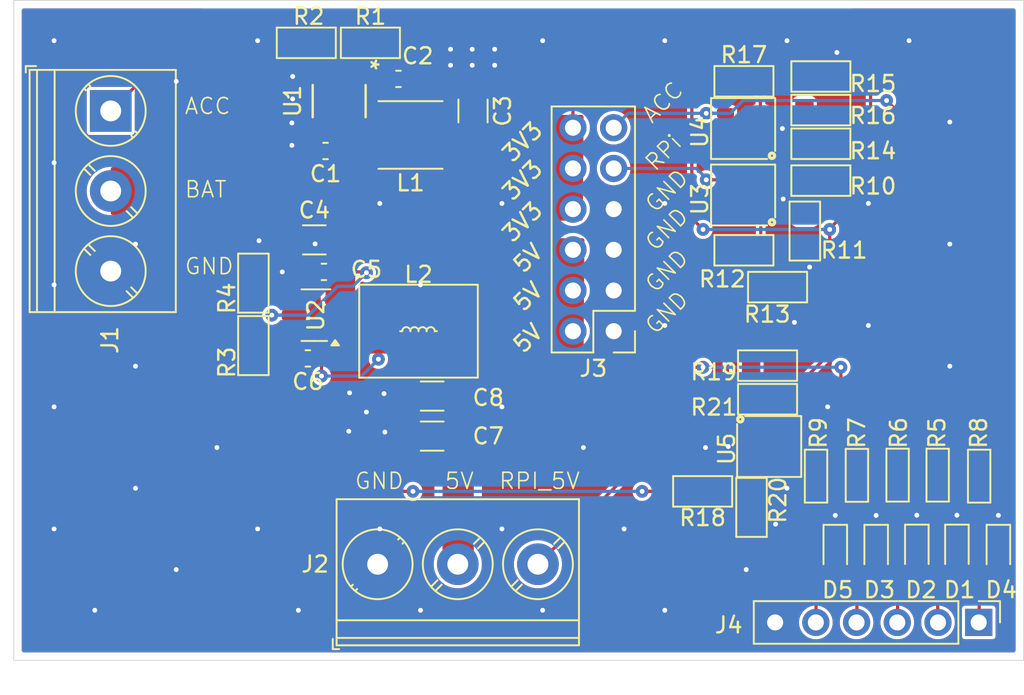
<source format=kicad_pcb>
(kicad_pcb (version 20241229) (generator "pcbnew") (generator_version "9.0")
  (layers (0 "F.Cu" signal) (2 "B.Cu" signal) (13 "F.Paste" user) (15 "B.Paste" user) (5 "F.SilkS" user "F.Silkscreen") (7 "B.SilkS" user "B.Silkscreen") (1 "F.Mask" user) (3 "B.Mask" user) (25 "Edge.Cuts" user))
  (net 0 "")
  (net 1 "GND")
  (net 2 "Net-(U1-SW)")
  (net 3 "3V3_CB")
  (net 4 "BAT")
  (net 5 "Net-(U2-SW)")
  (net 6 "Net-(U2-VBST)")
  (net 7 "5V")
  (net 8 "RPI_PWR_IND")
  (net 9 "5V_IND")
  (net 10 "3V3_IND")
  (net 11 "ACC_UP_IND")
  (net 12 "BAT_LOW_IND")
  (net 13 "ACC")
  (net 14 "RPI_5V")
  (net 15 "3V3")
  (net 16 "RPI_PWR")
  (net 17 "ACC_UP")
  (net 18 "3V3_FB")
  (net 19 "Net-(U2-VFB)")
  (net 20 "BAT_LOW")
  (net 21 "Net-(U3--)")
  (net 22 "Net-(U3-+)")
  (net 23 "Net-(U4-+)")
  (net 24 "Net-(U4--)")
  (net 25 "Net-(U5--)")
  (net 26 "Net-(U5-+)")
  (footprint "PCM_Resistor_SMD_AKL:R_0805_2012Metric_Pad1.15x1.40mm_HandSolder" (layer "F.Cu") (at 81.375 72.05 180)
    (property "Reference" "R18" (at 0 -1.65 0) (layer "F.SilkS"))
    (property "Value" "499k")
    (pad "1" smd roundrect (at -1.025 0 180) (size 1.15 1.4) (layers "F.Cu" "F.Mask" "F.Paste") (roundrect_rratio 0.217391) (net 25 "Net-(U5--)"))
    (pad "2" smd roundrect (at 1.025 0 180) (size 1.15 1.4) (layers "F.Cu" "F.Mask" "F.Paste") (roundrect_rratio 0.217391) (net 4 "BAT"))
  )
  (footprint "Capacitor_SMD:C_1206_3216Metric_Pad1.33x1.80mm_HandSolder" (layer "F.Cu") (at 57.15 56.35)
    (property "Reference" "C4" (at 0 -1.85 0) (layer "F.SilkS"))
    (property "Value" "22uF")
    (pad "1" smd roundrect (at -1.5625 0) (size 1.325 1.8) (layers "F.Cu" "F.Mask" "F.Paste") (roundrect_rratio 0.188679) (net 1 "GND"))
    (pad "2" smd roundrect (at 1.5625 0) (size 1.325 1.8) (layers "F.Cu" "F.Mask" "F.Paste") (roundrect_rratio 0.188679) (net 4 "BAT"))
  )
  (footprint "footprints:SOT-23-6-DBV_TEX" (layer "F.Cu") (at 58.699999 47.687549 -90)
    (property "Reference" "U1" (at 0 2.899999 90) (layer "F.SilkS"))
    (property "Value" "LMR54410DBVR")
    (pad "1" smd rect (at -1.362451 -0.950001 270) (size 0.972299 0.558) (layers "F.Cu" "F.Mask" "F.Paste") (net 3 "3V3_CB"))
    (pad "2" smd rect (at -1.362451 0 270) (size 0.972299 0.558) (layers "F.Cu" "F.Mask" "F.Paste") (net 1 "GND"))
    (pad "3" smd rect (at -1.362451 0.950001 270) (size 0.972299 0.558) (layers "F.Cu" "F.Mask" "F.Paste") (net 18 "3V3_FB"))
    (pad "4" smd rect (at 1.362451 0.950001 270) (size 0.972299 0.558) (layers "F.Cu" "F.Mask" "F.Paste") (net 4 "BAT"))
    (pad "5" smd rect (at 1.362451 0 270) (size 0.972299 0.558) (layers "F.Cu" "F.Mask" "F.Paste") (net 4 "BAT"))
    (pad "6" smd rect (at 1.362451 -0.950001 270) (size 0.972299 0.558) (layers "F.Cu" "F.Mask" "F.Paste") (net 2 "Net-(U1-SW)"))
  )
  (footprint "LED_SMD:LED_0603_1608Metric_Pad1.05x0.95mm_HandSolder" (layer "F.Cu") (at 99.825 75.8 -90)
    (property "Reference" "D4" (at 2.4 -0.175 180) (layer "F.SilkS"))
    (property "Value" "ACC_UP_OBI")
    (pad "1" smd roundrect (at -0.875 0 270) (size 1.05 0.95) (layers "F.Cu" "F.Mask" "F.Paste") (net 1 "GND"))
    (pad "2" smd roundrect (at 0.875 0 270) (size 1.05 0.95) (layers "F.Cu" "F.Mask" "F.Paste") (net 11 "ACC_UP_IND"))
  )
  (footprint "PCM_Resistor_SMD_AKL:R_0805_2012Metric_Pad1.15x1.40mm_HandSolder" (layer "F.Cu") (at 83.95 57)
    (property "Reference" "R12" (at -1.35 1.8 0) (layer "F.SilkS"))
    (property "Value" "200k")
    (pad "1" smd roundrect (at -1.025 0) (size 1.15 1.4) (layers "F.Cu" "F.Mask" "F.Paste") (roundrect_rratio 0.217391) (net 14 "RPI_5V"))
    (pad "2" smd roundrect (at 1.025 0) (size 1.15 1.4) (layers "F.Cu" "F.Mask" "F.Paste") (roundrect_rratio 0.217391) (net 22 "Net-(U3-+)"))
  )
  (footprint "PCM_Resistor_SMD_AKL:R_0805_2012Metric_Pad1.15x1.40mm_HandSolder" (layer "F.Cu") (at 84.425 73.05 -90)
    (property "Reference" "R20" (at -0.45 -1.65 270) (layer "F.SilkS"))
    (property "Value" "120k")
    (pad "1" smd roundrect (at -1.025 0 270) (size 1.15 1.4) (layers "F.Cu" "F.Mask" "F.Paste") (roundrect_rratio 0.217391) (net 25 "Net-(U5--)"))
    (pad "2" smd roundrect (at 1.025 0 270) (size 1.15 1.4) (layers "F.Cu" "F.Mask" "F.Paste") (roundrect_rratio 0.217391) (net 1 "GND"))
  )
  (footprint "PCM_Resistor_SMD_AKL:R_0805_2012Metric_Pad1.15x1.40mm_HandSolder" (layer "F.Cu") (at 86.05 59.3 180)
    (property "Reference" "R13" (at 0.65 -1.7 0) (layer "F.SilkS"))
    (property "Value" "200k")
    (pad "1" smd roundrect (at -1.025 0 180) (size 1.15 1.4) (layers "F.Cu" "F.Mask" "F.Paste") (roundrect_rratio 0.217391) (net 1 "GND"))
    (pad "2" smd roundrect (at 1.025 0 180) (size 1.15 1.4) (layers "F.Cu" "F.Mask" "F.Paste") (roundrect_rratio 0.217391) (net 22 "Net-(U3-+)"))
  )
  (footprint "PCM_Resistor_SMD_AKL:R_0805_2012Metric_Pad1.15x1.40mm_HandSolder" (layer "F.Cu") (at 88.75 48.25 180)
    (property "Reference" "R16" (at -3.25 -0.35 0) (layer "F.SilkS"))
    (property "Value" "120k")
    (pad "1" smd roundrect (at -1.025 0 180) (size 1.15 1.4) (layers "F.Cu" "F.Mask" "F.Paste") (roundrect_rratio 0.217391) (net 1 "GND"))
    (pad "2" smd roundrect (at 1.025 0 180) (size 1.15 1.4) (layers "F.Cu" "F.Mask" "F.Paste") (roundrect_rratio 0.217391) (net 23 "Net-(U4-+)"))
  )
  (footprint "PCM_Package_TO_SOT_SMD_AKL:SOT-23-5" (layer "F.Cu") (at 83.9 53.55 180)
    (property "Reference" "U3" (at 2.7 -0.25 90) (layer "F.SilkS"))
    (property "Value" "LM321MF" (hide yes))
    (pad "1" smd roundrect (at -1.1 -0.95 180) (size 1.06 0.65) (layers "F.Cu" "F.Mask" "F.Paste") (net 22 "Net-(U3-+)"))
    (pad "2" smd roundrect (at -1.1 0 180) (size 1.06 0.65) (layers "F.Cu" "F.Mask" "F.Paste") (net 1 "GND"))
    (pad "3" smd roundrect (at -1.1 0.95 180) (size 1.06 0.65) (layers "F.Cu" "F.Mask" "F.Paste") (net 21 "Net-(U3--)"))
    (pad "4" smd roundrect (at 1.1 0.95 180) (size 1.06 0.65) (layers "F.Cu" "F.Mask" "F.Paste") (net 16 "RPI_PWR"))
    (pad "5" smd roundrect (at 1.1 -0.95 180) (size 1.06 0.65) (layers "F.Cu" "F.Mask" "F.Paste") (net 15 "3V3"))
  )
  (footprint "Inductor_SMD:L_Vishay_IFSC-1515AH_4x4x1.8mm" (layer "F.Cu") (at 63.15 49.8)
    (property "Reference" "L1" (at 0 3 0) (layer "F.SilkS"))
    (property "Value" "10uH")
    (pad "1" smd rect (at -1.475 0) (size 1.15 3.6) (layers "F.Cu" "F.Mask" "F.Paste") (net 2 "Net-(U1-SW)"))
    (pad "2" smd rect (at 1.475 0) (size 1.15 3.6) (layers "F.Cu" "F.Mask" "F.Paste") (net 15 "3V3"))
  )
  (footprint "Connector_PinHeader_2.54mm:PinHeader_2x06_P2.54mm_Vertical" (layer "F.Cu") (at 75.825 62.05 180)
    (property "Reference" "J3" (at 1.27 -2.33 0) (layer "F.SilkS"))
    (property "Value" "MISC_OUT")
    (pad "1" thru_hole rect (at 0 0 180) (size 1.7 1.7) (drill 1) (layers "*.Cu" "*.Mask") (net 1 "GND"))
    (pad "2" thru_hole oval (at 2.54 0 180) (size 1.7 1.7) (drill 1) (layers "*.Cu" "*.Mask") (net 7 "5V"))
    (pad "3" thru_hole oval (at 0 2.54 180) (size 1.7 1.7) (drill 1) (layers "*.Cu" "*.Mask") (net 1 "GND"))
    (pad "4" thru_hole oval (at 2.54 2.54 180) (size 1.7 1.7) (drill 1) (layers "*.Cu" "*.Mask") (net 7 "5V"))
    (pad "5" thru_hole oval (at 0 5.08 180) (size 1.7 1.7) (drill 1) (layers "*.Cu" "*.Mask") (net 1 "GND"))
    (pad "6" thru_hole oval (at 2.54 5.08 180) (size 1.7 1.7) (drill 1) (layers "*.Cu" "*.Mask") (net 7 "5V"))
    (pad "7" thru_hole oval (at 0 7.62 180) (size 1.7 1.7) (drill 1) (layers "*.Cu" "*.Mask") (net 1 "GND"))
    (pad "8" thru_hole oval (at 2.54 7.62 180) (size 1.7 1.7) (drill 1) (layers "*.Cu" "*.Mask") (net 15 "3V3"))
    (pad "9" thru_hole oval (at 0 10.16 180) (size 1.7 1.7) (drill 1) (layers "*.Cu" "*.Mask") (net 16 "RPI_PWR"))
    (pad "10" thru_hole oval (at 2.54 10.16 180) (size 1.7 1.7) (drill 1) (layers "*.Cu" "*.Mask") (net 15 "3V3"))
    (pad "11" thru_hole oval (at 0 12.7 180) (size 1.7 1.7) (drill 1) (layers "*.Cu" "*.Mask") (net 17 "ACC_UP"))
    (pad "12" thru_hole oval (at 2.54 12.7 180) (size 1.7 1.7) (drill 1) (layers "*.Cu" "*.Mask") (net 15 "3V3"))
  )
  (footprint "PCM_Resistor_SMD_AKL:R_0805_2012Metric_Pad1.15x1.40mm_HandSolder" (layer "F.Cu") (at 53.35 59.05 90)
    (property "Reference" "R4" (at -0.95 -1.65 90) (layer "F.SilkS"))
    (property "Value" "10k")
    (pad "1" smd roundrect (at -1.025 0 90) (size 1.15 1.4) (layers "F.Cu" "F.Mask" "F.Paste") (roundrect_rratio 0.217391) (net 19 "Net-(U2-VFB)"))
    (pad "2" smd roundrect (at 1.025 0 90) (size 1.15 1.4) (layers "F.Cu" "F.Mask" "F.Paste") (roundrect_rratio 0.217391) (net 1 "GND"))
  )
  (footprint "LED_SMD:LED_0603_1608Metric_Pad1.05x0.95mm_HandSolder" (layer "F.Cu") (at 97.2375 75.7875 -90)
    (property "Reference" "D1" (at 2.4125 -0.1625 180) (layer "F.SilkS"))
    (property "Value" "RPI_PWR_OBI")
    (pad "1" smd roundrect (at -0.875 0 270) (size 1.05 0.95) (layers "F.Cu" "F.Mask" "F.Paste") (net 1 "GND"))
    (pad "2" smd roundrect (at 0.875 0 270) (size 1.05 0.95) (layers "F.Cu" "F.Mask" "F.Paste") (net 8 "RPI_PWR_IND"))
  )
  (footprint "PCM_Resistor_SMD_AKL:R_0603_1608Metric_Pad1.05x0.95mm_HandSolder" (layer "F.Cu") (at 96.0375 71.0375 -90)
    (property "Reference" "R5" (at -2.6375 0.0375 90) (layer "F.SilkS"))
    (property "Value" "60.4")
    (pad "1" smd roundrect (at -0.875 0 270) (size 1.05 0.95) (layers "F.Cu" "F.Mask" "F.Paste") (net 16 "RPI_PWR"))
    (pad "2" smd roundrect (at 0.875 0 270) (size 1.05 0.95) (layers "F.Cu" "F.Mask" "F.Paste") (net 8 "RPI_PWR_IND"))
  )
  (footprint "PCM_Package_TO_SOT_SMD_AKL:SOT-23-5" (layer "F.Cu") (at 83.9 49.4 180)
    (property "Reference" "U4" (at 2.7 -0.2 90) (layer "F.SilkS"))
    (property "Value" "LM321MF" (hide yes))
    (pad "1" smd roundrect (at -1.1 -0.95 180) (size 1.06 0.65) (layers "F.Cu" "F.Mask" "F.Paste") (net 23 "Net-(U4-+)"))
    (pad "2" smd roundrect (at -1.1 0 180) (size 1.06 0.65) (layers "F.Cu" "F.Mask" "F.Paste") (net 1 "GND"))
    (pad "3" smd roundrect (at -1.1 0.95 180) (size 1.06 0.65) (layers "F.Cu" "F.Mask" "F.Paste") (net 24 "Net-(U4--)"))
    (pad "4" smd roundrect (at 1.1 0.95 180) (size 1.06 0.65) (layers "F.Cu" "F.Mask" "F.Paste") (net 17 "ACC_UP"))
    (pad "5" smd roundrect (at 1.1 -0.95 180) (size 1.06 0.65) (layers "F.Cu" "F.Mask" "F.Paste") (net 15 "3V3"))
  )
  (footprint "Capacitor_SMD:C_0603_1608Metric_Pad1.08x0.95mm_HandSolder" (layer "F.Cu") (at 57.85 50.8 180)
    (property "Reference" "C1" (at 0 -1.43 0) (layer "F.SilkS"))
    (property "Value" "2.2uF")
    (pad "1" smd roundrect (at -0.8625 0 180) (size 1.075 0.95) (layers "F.Cu" "F.Mask" "F.Paste") (net 4 "BAT"))
    (pad "2" smd roundrect (at 0.8625 0 180) (size 1.075 0.95) (layers "F.Cu" "F.Mask" "F.Paste") (net 1 "GND"))
  )
  (footprint "PCM_Resistor_SMD_AKL:R_0603_1608Metric_Pad1.05x0.95mm_HandSolder" (layer "F.Cu") (at 93.5375 71.0375 -90)
    (property "Reference" "R6" (at -2.6375 -0.0625 90) (layer "F.SilkS"))
    (property "Value" "143")
    (pad "1" smd roundrect (at -0.875 0 270) (size 1.05 0.95) (layers "F.Cu" "F.Mask" "F.Paste") (net 7 "5V"))
    (pad "2" smd roundrect (at 0.875 0 270) (size 1.05 0.95) (layers "F.Cu" "F.Mask" "F.Paste") (net 9 "5V_IND"))
  )
  (footprint "PCM_Resistor_SMD_AKL:R_0805_2012Metric_Pad1.15x1.40mm_HandSolder" (layer "F.Cu") (at 85.425 64.2)
    (property "Reference" "R19" (at -3.35 0.4 0) (layer "F.SilkS"))
    (property "Value" "25k")
    (pad "1" smd roundrect (at -1.025 0) (size 1.15 1.4) (layers "F.Cu" "F.Mask" "F.Paste") (roundrect_rratio 0.217391) (net 26 "Net-(U5-+)"))
    (pad "2" smd roundrect (at 1.025 0) (size 1.15 1.4) (layers "F.Cu" "F.Mask" "F.Paste") (roundrect_rratio 0.217391) (net 1 "GND"))
  )
  (footprint "PCM_Resistor_SMD_AKL:R_0805_2012Metric_Pad1.15x1.40mm_HandSolder" (layer "F.Cu") (at 83.95 46.45)
    (property "Reference" "R17" (at 0 -1.65 0) (layer "F.SilkS"))
    (property "Value" "25k")
    (pad "1" smd roundrect (at -1.025 0) (size 1.15 1.4) (layers "F.Cu" "F.Mask" "F.Paste") (roundrect_rratio 0.217391) (net 15 "3V3"))
    (pad "2" smd roundrect (at 1.025 0) (size 1.15 1.4) (layers "F.Cu" "F.Mask" "F.Paste") (roundrect_rratio 0.217391) (net 24 "Net-(U4--)"))
  )
  (footprint "PCM_Resistor_SMD_AKL:R_0805_2012Metric_Pad1.15x1.40mm_HandSolder" (layer "F.Cu") (at 88.75 46.15 180)
    (property "Reference" "R15" (at -3.25 -0.45 0) (layer "F.SilkS"))
    (property "Value" "25k")
    (pad "1" smd roundrect (at -1.025 0 180) (size 1.15 1.4) (layers "F.Cu" "F.Mask" "F.Paste") (roundrect_rratio 0.217391) (net 1 "GND"))
    (pad "2" smd roundrect (at 1.025 0 180) (size 1.15 1.4) (layers "F.Cu" "F.Mask" "F.Paste") (roundrect_rratio 0.217391) (net 24 "Net-(U4--)"))
  )
  (footprint "PCM_Resistor_SMD_AKL:R_0805_2012Metric_Pad1.15x1.40mm_HandSolder" (layer "F.Cu") (at 87.75 55.8 90)
    (property "Reference" "R11" (at -1.2 2.45 180) (layer "F.SilkS"))
    (property "Value" "25k")
    (pad "1" smd roundrect (at -1.025 0 90) (size 1.15 1.4) (layers "F.Cu" "F.Mask" "F.Paste") (roundrect_rratio 0.217391) (net 1 "GND"))
    (pad "2" smd roundrect (at 1.025 0 90) (size 1.15 1.4) (layers "F.Cu" "F.Mask" "F.Paste") (roundrect_rratio 0.217391) (net 21 "Net-(U3--)"))
  )
  (footprint "LED_SMD:LED_0603_1608Metric_Pad1.05x0.95mm_HandSolder" (layer "F.Cu") (at 89.65 75.8 -90)
    (property "Reference" "D5" (at 2.4 -0.15 180) (layer "F.SilkS"))
    (property "Value" "BAT_LOW_OBI")
    (pad "1" smd roundrect (at -0.875 0 270) (size 1.05 0.95) (layers "F.Cu" "F.Mask" "F.Paste") (net 1 "GND"))
    (pad "2" smd roundrect (at 0.875 0 270) (size 1.05 0.95) (layers "F.Cu" "F.Mask" "F.Paste") (net 12 "BAT_LOW_IND"))
  )
  (footprint "Capacitor_SMD:C_0603_1608Metric_Pad1.08x0.95mm_HandSolder" (layer "F.Cu") (at 62.4 46.3)
    (property "Reference" "C2" (at 1.2 -1.43 0) (layer "F.SilkS"))
    (property "Value" "0.1uF")
    (pad "1" smd roundrect (at -0.8625 0) (size 1.075 0.95) (layers "F.Cu" "F.Mask" "F.Paste") (net 3 "3V3_CB"))
    (pad "2" smd roundrect (at 0.8625 0) (size 1.075 0.95) (layers "F.Cu" "F.Mask" "F.Paste") (net 2 "Net-(U1-SW)"))
  )
  (footprint "PCM_Resistor_SMD_AKL:R_0805_2012Metric_Pad1.15x1.40mm_HandSolder" (layer "F.Cu") (at 85.425 66.3 180)
    (property "Reference" "R21" (at 3.35 -0.5 0) (layer "F.SilkS"))
    (property "Value" "25k")
    (pad "1" smd roundrect (at -1.025 0 180) (size 1.15 1.4) (layers "F.Cu" "F.Mask" "F.Paste") (roundrect_rratio 0.217391) (net 15 "3V3"))
    (pad "2" smd roundrect (at 1.025 0 180) (size 1.15 1.4) (layers "F.Cu" "F.Mask" "F.Paste") (roundrect_rratio 0.217391) (net 26 "Net-(U5-+)"))
  )
  (footprint "PCM_Resistor_SMD_AKL:R_0805_2012Metric_Pad1.15x1.40mm_HandSolder" (layer "F.Cu") (at 56.65 44.05 180)
    (property "Reference" "R2" (at -0.15 1.65 0) (layer "F.SilkS"))
    (property "Value" "22.1k")
    (pad "1" smd roundrect (at -1.025 0 180) (size 1.15 1.4) (layers "F.Cu" "F.Mask" "F.Paste") (roundrect_rratio 0.217391) (net 18 "3V3_FB"))
    (pad "2" smd roundrect (at 1.025 0 180) (size 1.15 1.4) (layers "F.Cu" "F.Mask" "F.Paste") (roundrect_rratio 0.217391) (net 1 "GND"))
  )
  (footprint "TerminalBlock_Phoenix:TerminalBlock_Phoenix_PT-1,5-3-5.0-H_1x03_P5.00mm_Horizontal" (layer "F.Cu") (at 44.45 48.3 -90)
    (property "Reference" "J1" (at 14.3 0.05 90) (layer "F.SilkS"))
    (property "Value" "12V_IN")
    (pad "1" thru_hole rect (at 0 0 270) (size 2.6 2.6) (drill 1.3) (layers "*.Cu" "*.Mask") (net 13 "ACC"))
    (pad "2" thru_hole circle (at 5 0 270) (size 2.6 2.6) (drill 1.3) (layers "*.Cu" "*.Mask") (net 4 "BAT"))
    (pad "3" thru_hole circle (at 10 0 270) (size 2.6 2.6) (drill 1.3) (layers "*.Cu" "*.Mask") (net 1 "GND"))
  )
  (footprint "PCM_Resistor_SMD_AKL:R_0805_2012Metric_Pad1.15x1.40mm_HandSolder" (layer "F.Cu") (at 88.75 50.35 180)
    (property "Reference" "R14" (at -3.25 -0.45 0) (layer "F.SilkS"))
    (property "Value" "499k")
    (pad "1" smd roundrect (at -1.025 0 180) (size 1.15 1.4) (layers "F.Cu" "F.Mask" "F.Paste") (roundrect_rratio 0.217391) (net 13 "ACC"))
    (pad "2" smd roundrect (at 1.025 0 180) (size 1.15 1.4) (layers "F.Cu" "F.Mask" "F.Paste") (roundrect_rratio 0.217391) (net 23 "Net-(U4-+)"))
  )
  (footprint "PCM_Resistor_SMD_AKL:R_0805_2012Metric_Pad1.15x1.40mm_HandSolder" (layer "F.Cu") (at 88.75 52.65 180)
    (property "Reference" "R10" (at -3.25 -0.35 0) (layer "F.SilkS"))
    (property "Value" "25k")
    (pad "1" smd roundrect (at -1.025 0 180) (size 1.15 1.4) (layers "F.Cu" "F.Mask" "F.Paste") (roundrect_rratio 0.217391) (net 15 "3V3"))
    (pad "2" smd roundrect (at 1.025 0 180) (size 1.15 1.4) (layers "F.Cu" "F.Mask" "F.Paste") (roundrect_rratio 0.217391) (net 21 "Net-(U3--)"))
  )
  (footprint "LED_SMD:LED_0603_1608Metric_Pad1.05x0.95mm_HandSolder" (layer "F.Cu") (at 92.2 75.8 -90)
    (property "Reference" "D3" (at 2.4 -0.2 180) (layer "F.SilkS"))
    (property "Value" "3V3_OBI")
    (pad "1" smd roundrect (at -0.875 0 270) (size 1.05 0.95) (layers "F.Cu" "F.Mask" "F.Paste") (net 1 "GND"))
    (pad "2" smd roundrect (at 0.875 0 270) (size 1.05 0.95) (layers "F.Cu" "F.Mask" "F.Paste") (net 10 "3V3_IND"))
  )
  (footprint "PCM_Resistor_SMD_AKL:R_0805_2012Metric_Pad1.15x1.40mm_HandSolder" (layer "F.Cu") (at 60.65 44.05 180)
    (property "Reference" "R1" (at 0 1.65 0) (layer "F.SilkS"))
    (property "Value" "69.8k")
    (pad "1" smd roundrect (at -1.025 0 180) (size 1.15 1.4) (layers "F.Cu" "F.Mask" "F.Paste") (roundrect_rratio 0.217391) (net 15 "3V3"))
    (pad "2" smd roundrect (at 1.025 0 180) (size 1.15 1.4) (layers "F.Cu" "F.Mask" "F.Paste") (roundrect_rratio 0.217391) (net 18 "3V3_FB"))
  )
  (footprint "PCM_Resistor_SMD_AKL:R_0603_1608Metric_Pad1.05x0.95mm_HandSolder" (layer "F.Cu") (at 98.625 71.1 -90)
    (property "Reference" "R8" (at -2.7 0.025 90) (layer "F.SilkS"))
    (property "Value" "60.4")
    (pad "1" smd roundrect (at -0.875 0 270) (size 1.05 0.95) (layers "F.Cu" "F.Mask" "F.Paste") (net 17 "ACC_UP"))
    (pad "2" smd roundrect (at 0.875 0 270) (size 1.05 0.95) (layers "F.Cu" "F.Mask" "F.Paste") (net 11 "ACC_UP_IND"))
  )
  (footprint "PCM_Resistor_SMD_AKL:R_0603_1608Metric_Pad1.05x0.95mm_HandSolder" (layer "F.Cu") (at 88.45 71.1 -90)
    (property "Reference" "R9" (at -2.7 -0.15 90) (layer "F.SilkS"))
    (property "Value" "60.4")
    (pad "1" smd roundrect (at -0.875 0 270) (size 1.05 0.95) (layers "F.Cu" "F.Mask" "F.Paste") (net 20 "BAT_LOW"))
    (pad "2" smd roundrect (at 0.875 0 270) (size 1.05 0.95) (layers "F.Cu" "F.Mask" "F.Paste") (net 12 "BAT_LOW_IND"))
  )
  (footprint "Capacitor_SMD:C_0603_1608Metric_Pad1.08x0.95mm_HandSolder" (layer "F.Cu") (at 56.75 63.75)
    (property "Reference" "C6" (at 0 1.45 0) (layer "F.SilkS"))
    (property "Value" "0.1uF")
    (pad "1" smd roundrect (at -0.8625 0) (size 1.075 0.95) (layers "F.Cu" "F.Mask" "F.Paste") (net 6 "Net-(U2-VBST)"))
    (pad "2" smd roundrect (at 0.8625 0) (size 1.075 0.95) (layers "F.Cu" "F.Mask" "F.Paste") (net 5 "Net-(U2-SW)"))
  )
  (footprint "Capacitor_SMD:C_1206_3216Metric_Pad1.33x1.80mm_HandSolder" (layer "F.Cu") (at 64.5 66.1)
    (property "Reference" "C8" (at 3.5 0.1 0) (layer "F.SilkS"))
    (property "Value" "22uF")
    (pad "1" smd roundrect (at -1.5625 0) (size 1.325 1.8) (layers "F.Cu" "F.Mask" "F.Paste") (roundrect_rratio 0.188679) (net 1 "GND"))
    (pad "2" smd roundrect (at 1.5625 0) (size 1.325 1.8) (layers "F.Cu" "F.Mask" "F.Paste") (roundrect_rratio 0.188679) (net 7 "5V"))
  )
  (footprint "Package_TO_SOT_SMD:SOT-23-6_Handsoldering" (layer "F.Cu") (at 57.25 61.05 180)
    (property "Reference" "U2" (at 0 0 90) (layer "F.SilkS"))
    (property "Value" "TPS563240DDC")
    (pad "1" smd roundrect (at -1.35 -0.95 180) (size 1.56 0.65) (layers "F.Cu" "F.Mask" "F.Paste") (net 1 "GND"))
    (pad "2" smd roundrect (at -1.35 0 180) (size 1.56 0.65) (layers "F.Cu" "F.Mask" "F.Paste") (net 5 "Net-(U2-SW)"))
    (pad "3" smd roundrect (at -1.35 0.95 180) (size 1.56 0.65) (layers "F.Cu" "F.Mask" "F.Paste") (net 4 "BAT"))
    (pad "4" smd roundrect (at 1.35 0.95 180) (size 1.56 0.65) (layers "F.Cu" "F.Mask" "F.Paste") (net 19 "Net-(U2-VFB)"))
    (pad "5" smd roundrect (at 1.35 0 180) (size 1.56 0.65) (layers "F.Cu" "F.Mask" "F.Paste") (net 4 "BAT"))
    (pad "6" smd roundrect (at 1.35 -0.95 180) (size 1.56 0.65) (layers "F.Cu" "F.Mask" "F.Paste") (net 6 "Net-(U2-VBST)"))
  )
  (footprint "PCM_Package_TO_SOT_SMD_AKL:SOT-23-5" (layer "F.Cu") (at 85.525 69.25)
    (property "Reference" "U5" (at -2.65 0.15 90) (layer "F.SilkS"))
    (property "Value" "LM321MF" (hide yes))
    (pad "1" smd roundrect (at -1.1 -0.95) (size 1.06 0.65) (layers "F.Cu" "F.Mask" "F.Paste") (net 26 "Net-(U5-+)"))
    (pad "2" smd roundrect (at -1.1 0) (size 1.06 0.65) (layers "F.Cu" "F.Mask" "F.Paste") (net 1 "GND"))
    (pad "3" smd roundrect (at -1.1 0.95) (size 1.06 0.65) (layers "F.Cu" "F.Mask" "F.Paste") (net 25 "Net-(U5--)"))
    (pad "4" smd roundrect (at 1.1 0.95) (size 1.06 0.65) (layers "F.Cu" "F.Mask" "F.Paste") (net 20 "BAT_LOW"))
    (pad "5" smd roundrect (at 1.1 -0.95) (size 1.06 0.65) (layers "F.Cu" "F.Mask" "F.Paste") (net 15 "3V3"))
  )
  (footprint "PCM_Inductor_SMD_Handsoldering_AKL:L_Vishay_IHLP-2020" (layer "F.Cu") (at 63.65 62.05)
    (property "Reference" "L2" (at 0 -3.54 0) (layer "F.SilkS"))
    (property "Value" "1.5uH" (hide yes))
    (pad "1" smd roundrect (at -2.4265 0) (size 1.903 2.79) (layers "F.Cu" "F.Mask" "F.Paste") (roundrect_rratio 0.1313715187) (net 5 "Net-(U2-SW)"))
    (pad "2" smd roundrect (at 2.4265 0) (size 1.903 2.79) (layers "F.Cu" "F.Mask" "F.Paste") (roundrect_rratio 0.1313715187) (net 7 "5V"))
  )
  (footprint "Capacitor_SMD:C_1206_3216Metric_Pad1.33x1.80mm_HandSolder" (layer "F.Cu") (at 67.05 48.3 -90)
    (property "Reference" "C3" (at 0 -1.85 90) (layer "F.SilkS"))
    (property "Value" "22uF")
    (pad "1" smd roundrect (at -1.5625 0 270) (size 1.325 1.8) (layers "F.Cu" "F.Mask" "F.Paste") (roundrect_rratio 0.188679) (net 1 "GND"))
    (pad "2" smd roundrect (at 1.5625 0 270) (size 1.325 1.8) (layers "F.Cu" "F.Mask" "F.Paste") (roundrect_rratio 0.188679) (net 15 "3V3"))
  )
  (footprint "Capacitor_SMD:C_0603_1608Metric_Pad1.08x0.95mm_HandSolder" (layer "F.Cu") (at 57.75 58.35)
    (property "Reference" "C5" (at 2.65 -0.15 0) (layer "F.SilkS"))
    (property "Value" "0.1uF")
    (pad "1" smd roundrect (at -0.8625 0) (size 1.075 0.95) (layers "F.Cu" "F.Mask" "F.Paste") (net 1 "GND"))
    (pad "2" smd roundrect (at 0.8625 0) (size 1.075 0.95) (layers "F.Cu" "F.Mask" "F.Paste") (net 4 "BAT"))
  )
  (footprint "LED_SMD:LED_0603_1608Metric_Pad1.05x0.95mm_HandSolder" (layer "F.Cu") (at 94.7375 75.7875 -90)
    (property "Reference" "D2" (at 2.4125 -0.2625 180) (layer "F.SilkS"))
    (property "Value" "5V_OBI")
    (pad "1" smd roundrect (at -0.875 0 270) (size 1.05 0.95) (layers "F.Cu" "F.Mask" "F.Paste") (net 1 "GND"))
    (pad "2" smd roundrect (at 0.875 0 270) (size 1.05 0.95) (layers "F.Cu" "F.Mask" "F.Paste") (net 9 "5V_IND"))
  )
  (footprint "Connector_PinHeader_2.54mm:PinHeader_1x06_P2.54mm_Vertical" (layer "F.Cu") (at 98.5975 80.2335 -90)
    (property "Reference" "J4" (at 0.1665 15.5975 180) (layer "F.SilkS"))
    (property "Value" "STATUS_LED")
    (pad "1" thru_hole rect (at 0 0 270) (size 1.7 1.7) (drill 1) (layers "*.Cu" "*.Mask") (net 11 "ACC_UP_IND"))
    (pad "2" thru_hole oval (at 0 2.54 270) (size 1.7 1.7) (drill 1) (layers "*.Cu" "*.Mask") (net 8 "RPI_PWR_IND"))
    (pad "3" thru_hole oval (at 0 5.08 270) (size 1.7 1.7) (drill 1) (layers "*.Cu" "*.Mask") (net 9 "5V_IND"))
    (pad "4" thru_hole oval (at 0 7.62 270) (size 1.7 1.7) (drill 1) (layers "*.Cu" "*.Mask") (net 10 "3V3_IND"))
    (pad "5" thru_hole oval (at 0 10.16 270) (size 1.7 1.7) (drill 1) (layers "*.Cu" "*.Mask") (net 12 "BAT_LOW_IND"))
    (pad "6" thru_hole oval (at 0 12.7 270) (size 1.7 1.7) (drill 1) (layers "*.Cu" "*.Mask") (net 1 "GND"))
  )
  (footprint "Capacitor_SMD:C_1206_3216Metric_Pad1.33x1.80mm_HandSolder" (layer "F.Cu") (at 64.5 68.6)
    (property "Reference" "C7" (at 3.5 0 0) (layer "F.SilkS"))
    (property "Value" "22uF")
    (pad "1" smd roundrect (at -1.5625 0) (size 1.325 1.8) (layers "F.Cu" "F.Mask" "F.Paste") (roundrect_rratio 0.188679) (net 1 "GND"))
    (pad "2" smd roundrect (at 1.5625 0) (size 1.325 1.8) (layers "F.Cu" "F.Mask" "F.Paste") (roundrect_rratio 0.188679) (net 7 "5V"))
  )
  (footprint "PCM_Resistor_SMD_AKL:R_0805_2012Metric_Pad1.15x1.40mm_HandSolder" (layer "F.Cu") (at 53.35 62.95 90)
    (property "Reference" "R3" (at -1.05 -1.65 90) (layer "F.SilkS"))
    (property "Value" "73.2k")
    (pad "1" smd roundrect (at -1.025 0 90) (size 1.15 1.4) (layers "F.Cu" "F.Mask" "F.Paste") (roundrect_rratio 0.217391) (net 7 "5V"))
    (pad "2" smd roundrect (at 1.025 0 90) (size 1.15 1.4) (layers "F.Cu" "F.Mask" "F.Paste") (roundrect_rratio 0.217391) (net 19 "Net-(U2-VFB)"))
  )
  (footprint "TerminalBlock_Phoenix:TerminalBlock_Phoenix_PT-1,5-3-5.0-H_1x03_P5.00mm_Horizontal" (layer "F.Cu") (at 61.1 76.6)
    (property "Reference" "J2" (at -3.9 0 0) (layer "F.SilkS"))
    (property "Value" "RPI_PWR")
    (pad "1" thru_hole rect (at 0 0) (size 2.6 2.6) (drill 1.3) (layers "*.Cu" "*.Mask") (net 1 "GND"))
    (pad "2" thru_hole circle (at 5 0) (size 2.6 2.6) (drill 1.3) (layers "*.Cu" "*.Mask") (net 7 "5V"))
    (pad "3" thru_hole circle (at 10 0) (size 2.6 2.6) (drill 1.3) (layers "*.Cu" "*.Mask") (net 14 "RPI_5V"))
  )
  (footprint "PCM_Resistor_SMD_AKL:R_0603_1608Metric_Pad1.05x0.95mm_HandSolder" (layer "F.Cu") (at 91 71.05 -90)
    (property "Reference" "R7" (at -2.65 0 90) (layer "F.SilkS"))
    (property "Value" "60.4")
    (pad "1" smd roundrect (at -0.875 0 270) (size 1.05 0.95) (layers "F.Cu" "F.Mask" "F.Paste") (net 15 "3V3"))
    (pad "2" smd roundrect (at 0.875 0 270) (size 1.05 0.95) (layers "F.Cu" "F.Mask" "F.Paste") (net 10 "3V3_IND"))
  )
  (gr_rect (start 38.4 41.4) (end 101.4 82.6) (stroke (width 0.05)) (fill no) (layer "Edge.Cuts"))
  (gr_text "GND" (at 77.6 61.6 45) (layer "F.SilkS") (effects (font (size 1 1) (thickness 0.1)) (justify left top)))
  (gr_text "GND" (at 61.2 71.4 0) (layer "F.SilkS") (effects (font (size 1 1) (thickness 0.1))))
  (gr_text "5V" (at 71.6 62.2 45) (layer "F.SilkS") (effects (font (size 1 1)) (justify right bottom)))
  (gr_text "5V" (at 71.6 57.2 45) (layer "F.SilkS") (effects (font (size 1 1)) (justify right bottom)))
  (gr_text "3V3" (at 71.6 54.6 45) (layer "F.SilkS") (effects (font (size 1 1)) (justify right bottom)))
  (gr_text "GND" (at 77.6 59 45) (layer "F.SilkS") (effects (font (size 1 1) (thickness 0.1)) (justify left top)))
  (gr_text "GND" (at 49 58 0) (layer "F.SilkS") (effects (font (size 1 1) (thickness 0.1)) (justify left)))
  (gr_text "3V3" (at 71.6 52 45) (layer "F.SilkS") (effects (font (size 1 1)) (justify right bottom)))
  (gr_text "BAT" (at 49 53.2 0) (layer "F.SilkS") (effects (font (size 1 1) (thickness 0.1)) (justify left)))
  (gr_text "5V" (at 71.6 59.6 45) (layer "F.SilkS") (effects (font (size 1 1)) (justify right bottom)))
  (gr_text "*" (at 60.6 45.4 270) (layer "F.SilkS") (effects (font (size 1 1))))
  (gr_text "5V" (at 66.2 71.4 0) (layer "F.SilkS") (effects (font (size 1 1) (thickness 0.1))))
  (gr_text "ACC" (at 77.4 48.4 45) (layer "F.SilkS") (effects (font (size 1 1) (thickness 0.1)) (justify left top)))
  (gr_text "ACC" (at 49 48 0) (layer "F.SilkS") (effects (font (size 1 1) (thickness 0.1)) (justify left)))
  (gr_text "RPI_5V" (at 71.2 71.4 0) (layer "F.SilkS") (effects (font (size 1 1) (thickness 0.1))))
  (gr_text "GND" (at 77.6 56.4 45) (layer "F.SilkS") (effects (font (size 1 1) (thickness 0.1)) (justify left top)))
  (gr_text "RPi" (at 77.6 51.4 45) (layer "F.SilkS") (effects (font (size 1 1) (thickness 0.1)) (justify left top)))
  (gr_text "GND" (at 77.6 54 45) (layer "F.SilkS") (effects (font (size 1 1) (thickness 0.1)) (justify left top)))
  (gr_text "3V3" (at 71.6 49.6 45) (layer "F.SilkS") (effects (font (size 1 1)) (justify right bottom)))
  (segment (start 86.15 53.55) (end 86.4 53.8) (width 0.2) (layer "F.Cu") (net 1))
  (segment (start 87.75 57.75) (end 87.75 57.075) (width 0.2) (layer "F.Cu") (net 1))
  (segment (start 92.2 74.925) (end 92.2 73.55) (width 0.2) (layer "F.Cu") (net 1))
  (segment (start 87.6 59.3) (end 87.075 59.3) (width 0.2) (layer "F.Cu") (net 1))
  (segment (start 87.1 61.5) (end 87.075 61.475) (width 0.2) (layer "F.Cu") (net 1))
  (segment (start 89.775 46.15) (end 89.775 48.25) (width 0.2) (layer "F.Cu") (net 1))
  (segment (start 88.05 58.05) (end 88.05 58.85) (width 0.2) (layer "F.Cu") (net 1))
  (segment (start 84.425 74.075) (end 85.9 74.075) (width 0.2) (layer "F.Cu") (net 1))
  (segment (start 86.45 64.2) (end 86.45 62.15) (width 0.2) (layer "F.Cu") (net 1))
  (segment (start 88.05 58.85) (end 87.6 59.3) (width 0.2) (layer "F.Cu") (net 1))
  (segment (start 89.775 48.25) (end 90.1 48.25) (width 0.2) (layer "F.Cu") (net 1))
  (segment (start 86.45 62.15) (end 87.1 61.5) (width 0.2) (layer "F.Cu") (net 1))
  (segment (start 85 53.55) (end 86.15 53.55) (width 0.2) (layer "F.Cu") (net 1))
  (segment (start 89.65 74.925) (end 89.65 73.55) (width 0.2) (layer "F.Cu") (net 1))
  (segment (start 84.425 69.25) (end 82.975 69.25) (width 0.2) (layer "F.Cu") (net 1))
  (segment (start 58.75 46.375099) (end 58.699999 46.325098) (width 0.2) (layer "F.Cu") (net 1))
  (segment (start 89.775 46.15) (end 89.775 44.675) (width 0.2) (layer "F.Cu") (net 1))
  (segment (start 97.2375 74.9125) (end 97.2375 73.5375) (width 0.2) (layer "F.Cu") (net 1))
  (segment (start 87.075 61.475) (end 87.075 59.3) (width 0.2) (layer "F.Cu") (net 1))
  (segment (start 94.7375 74.9125) (end 94.7375 73.5375) (width 0.2) (layer "F.Cu") (net 1))
  (segment (start 88.05 58.05) (end 87.75 57.75) (width 0.2) (layer "F.Cu") (net 1))
  (segment (start 89.775 46.15) (end 90.1 46.15) (width 0.2) (layer "F.Cu") (net 1))
  (segment (start 85.9 74.075) (end 85.925 74.1) (width 0.2) (layer "F.Cu") (net 1))
  (segment (start 99.825 74.925) (end 99.825 73.55) (width 0.2) (layer "F.Cu") (net 1))
  (segment (start 89.775 44.675) (end 89.75 44.65) (width 0.2) (layer "F.Cu") (net 1))
  (segment (start 85 49.4) (end 86.35 49.4) (width 0.2) (layer "F.Cu") (net 1))
  (via (at 40.915 74.395) (size 0.8) (drill 0.3) (layers "F.Cu" "B.Cu") (net 1))
  (via (at 94.255 43.915) (size 0.8) (drill 0.3) (layers "F.Cu" "B.Cu") (net 1))
  (via (at 55.8 46.15) (size 0.8) (drill 0.3) (layers "F.Cu" "B.Cu") (net 1))
  (via (at 92.2 73.55) (size 0.8) (drill 0.3) (layers "F.Cu" "B.Cu") (net 1))
  (via (at 40.915 51.535) (size 0.8) (drill 0.3) (layers "F.Cu" "B.Cu") (net 1))
  (via (at 85.925 74.1) (size 0.8) (drill 0.3) (layers "F.Cu" "B.Cu") (net 1))
  (via (at 40.915 43.915) (size 0.8) (drill 0.3) (layers "F.Cu" "B.Cu") (net 1))
  (via (at 61.235 74.395) (size 0.8) (drill 0.3) (layers "F.Cu" "B.Cu") (net 1))
  (via (at 86.35 49.4) (size 0.8) (drill 0.3) (layers "F.Cu" "B.Cu") (net 1))
  (via (at 53.7 56.4) (size 0.8) (drill 0.3) (layers "F.Cu" "B.Cu") (net 1))
  (via (at 55.8 47.55) (size 0.8) (drill 0.3) (layers "F.Cu" "B.Cu") (net 1))
  (via (at 67 44.45) (size 0.8) (drill 0.3) (layers "F.Cu" "B.Cu") (net 1))
  (via (at 53.615 74.395) (size 0.8) (drill 0.3) (layers "F.Cu" "B.Cu") (net 1))
  (via (at 86.635 71.855) (size 0.8) (drill 0.3) (layers "F.Cu" "B.Cu") (net 1))
  (via (at 60.4 67.1) (size 0.8) (drill 0.3) (layers "F.Cu" "B.Cu") (net 1))
  (via (at 96.795 64.235) (size 0.8) (drill 0.3) (layers "F.Cu" "B.Cu") (net 1))
  (via (at 68.855 74.395) (size 0.8) (drill 0.3) (layers "F.Cu" "B.Cu") (net 1))
  (via (at 94.7375 73.5375) (size 0.8) (drill 0.3) (layers "F.Cu" "B.Cu") (net 1))
  (via (at 89.75 44.65) (size 0.8) (drill 0.3) (layers "F.Cu" "B.Cu") (net 1))
  (via (at 48.535 46.455) (size 0.8) (drill 0.3) (layers "F.Cu" "B.Cu") (net 1))
  (via (at 71.395 43.915) (size 0.8) (drill 0.3) (layers "F.Cu" "B.Cu") (net 1))
  (via (at 61.55 68.35) (size 0.8) (drill 0.3) (layers "F.Cu" "B.Cu") (net 1))
  (via (at 87.1 61.5) (size 0.8) (drill 0.3) (layers "F.Cu" "B.Cu") (net 1))
  (via (at 89.65 73.55) (size 0.8) (drill 0.3) (layers "F.Cu" "B.Cu") (net 1))
  (via (at 88.05 58.05) (size 0.8) (drill 0.3) (layers "F.Cu" "B.Cu") (net 1))
  (via (at 63.775 59.155) (size 0.8) (drill 0.3) (layers "F.Cu" "B.Cu") (net 1))
  (via (at 55.75 49.05) (size 0.8) (drill 0.3) (layers "F.Cu" "B.Cu") (net 1))
  (via (at 76.475 74.395) (size 0.8) (drill 0.3) (layers "F.Cu" "B.Cu") (net 1))
  (via (at 86.4 53.8) (size 0.8) (drill 0.3) (layers "F.Cu" "B.Cu") (net 1))
  (via (at 79.015 79.475) (size 0.8) (drill 0.3) (layers "F.Cu" "B.Cu") (net 1))
  (via (at 51.075 69.315) (size 0.8) (drill 0.3) (layers "F.Cu" "B.Cu") (net 1))
  (via (at 59.3 68.3) (size 0.8) (drill 0.3) (layers "F.Cu" "B.Cu") (net 1))
  (via (at 56.155 79.475) (size 0.8) (drill 0.3) (layers "F.Cu" "B.Cu") (net 1))
  (via (at 55.15 58.35) (size 0.8) (drill 0.3) (layers "F.Cu" "B.Cu") (net 1))
  (via (at 91.715 54.075) (size 0.8) (drill 0.3) (layers "F.Cu" "B.Cu") (net 1))
  (via (at 43.455 79.475) (size 0.8) (drill 0.3) (layers "F.Cu" "B.Cu") (net 1))
  (via (at 55.75 50.45) (size 0.8) (drill 0.3) (layers "F.Cu" "B.Cu") (net 1))
  (via (at 96.795 56.615) (size 0.8) (drill 0.3) (layers "F.Cu" "B.Cu") (net 1))
  (via (at 99.825 73.55) (size 0.8) (drill 0.3) (layers "F.Cu" "B.Cu") (net 1))
  (via (at 91.715 61.695) (size 0.8) (drill 0.3) (layers "F.Cu" "B.Cu") (net 1))
  (via (at 68.855 54.075) (size 0.8) (drill 0.3) (layers "F.Cu" "B.Cu") (net 1))
  (via (at 65.65 45.45) (size 0.8) (drill 0.3) (layers "F.Cu" "B.Cu") (net 1))
  (via (at 45.995 56.615) (size 0.8) (drill 0.3) (layers "F.Cu" "B.Cu") (net 1))
  (via (at 59.35 65.9) (size 0.8) (drill 0.3) (layers "F.Cu" "B.Cu") (net 1))
  (via (at 96.795 48.995) (size 0.8) (drill 0.3) (layers "F.Cu" "B.Cu") (net 1))
  (via (at 53.615 43.915) (size 0.8) (drill 0.3) (layers "F.Cu" "B.Cu") (net 1))
  (via (at 97.2375 73.5375) (size 0.8) (drill 0.3) (layers "F.Cu" "B.Cu") (net 1))
  (via (at 67 45.45) (size 0.8) (drill 0.3) (layers "F.Cu" "B.Cu") (net 1))
  (via (at 61.235 54.075) (size 0.8) (drill 0.3) (layers "F.Cu" "B.Cu") (net 1))
  (via (at 45.995 64.235) (size 0.8) (drill 0.3) (layers "F.Cu" "B.Cu") (net 1))
  (via (at 71.395 79.475) (size 0.8) (drill 0.3) (layers "F.Cu" "B.Cu") (net 1))
  (via (at 79.015 54.075) (size 0.8) (drill 0.3) (layers "F.Cu" "B.Cu") (net 1))
  (via (at 68.4 44.45) (size 0.8) (drill 0.3) (layers "F.Cu" "B.Cu") (net 1))
  (via (at 65.65 44.45) (size 0.8) (drill 0.3) (layers "F.Cu" "B.Cu") (net 1))
  (via (at 40.915 66.775) (size 0.8) (drill 0.3) (layers "F.Cu" "B.Cu") (net 1))
  (via (at 84.095 76.935) (size 0.8) (drill 0.3) (layers "F.Cu" "B.Cu") (net 1))
  (via (at 61.5 65.95) (size 0.8) (drill 0.3) (layers "F.Cu" "B.Cu") (net 1))
  (via (at 81.555 69.315) (size 0.8) (drill 0.3) (layers "F.Cu" "B.Cu") (net 1))
  (via (at 68.4 45.45) (size 0.8) (drill 0.3) (layers "F.Cu" "B.Cu") (net 1))
  (via (at 82.975 69.25) (size 0.8) (drill 0.3) (layers "F.Cu" "B.Cu") (net 1))
  (via (at 57.2 56.6) (size 0.8) (drill 0.3) (layers "F.Cu" "B.Cu") (net 1))
  (via (at 48.535 76.935) (size 0.8) (drill 0.3) (layers "F.Cu" "B.Cu") (net 1))
  (via (at 40.915 59.155) (size 0.8) (drill 0.3) (layers "F.Cu" "B.Cu") (net 1))
  (via (at 63.775 79.475) (size 0.8) (drill 0.3) (layers "F.Cu" "B.Cu") (net 1))
  (via (at 73.935 69.315) (size 0.8) (drill 0.3) (layers "F.Cu" "B.Cu") (net 1))
  (via (at 45.995 71.855) (size 0.8) (drill 0.3) (layers "F.Cu" "B.Cu") (net 1))
  (via (at 86.635 43.915) (size 0.8) (drill 0.3) (layers "F.Cu" "B.Cu") (net 1))
  (via (at 68.855 66.775) (size 0.8) (drill 0.3) (layers "F.Cu" "B.Cu") (net 1))
  (via (at 89.175 66.775) (size 0.8) (drill 0.3) (layers "F.Cu" "B.Cu") (net 1))
  (via (at 79.015 43.915) (size 0.8) (drill 0.3) (layers "F.Cu" "B.Cu") (net 1))
  (via (at 79.015 61.695) (size 0.8) (drill 0.3) (layers "F.Cu" "B.Cu") (net 1))
  (segment (start 61.675 47.6375) (end 63.0125 46.3) (width 0.2) (layer "F.Cu") (net 2))
  (segment (start 59.65 49.05) (end 61.15 49.05) (width 0.5) (layer "F.Cu") (net 2))
  (segment (start 61.675 49.8) (end 61.675 47.6375) (width 0.2) (layer "F.Cu") (net 2))
  (segment (start 61.5375 46.3) (end 59.675098 46.3) (width 0.2) (layer "F.Cu") (net 3))
  (segment (start 59.675098 46.3) (end 59.65 46.325098) (width 0.2) (layer "F.Cu") (net 3))
  (segment (start 58.7625 49.112501) (end 58.699999 49.05) (width 0.2) (layer "F.Cu") (net 4))
  (segment (start 57.4 72.05) (end 63.3 72.05) (width 0.2) (layer "F.Cu") (net 4))
  (segment (start 55.9 61.05) (end 54.5 61.05) (width 0.2) (layer "F.Cu") (net 4))
  (segment (start 58.7125 50.8) (end 58.7125 49.062501) (width 0.55) (layer "F.Cu") (net 4))
  (segment (start 57.749998 49.05) (end 58.699999 49.05) (width 0.55) (layer "F.Cu") (net 4))
  (segment (start 60.35 58.35) (end 60.4 58.4) (width 0.2) (layer "F.Cu") (net 4))
  (segment (start 77.6 72.05) (end 80.35 72.05) (width 0.2) (layer "F.Cu") (net 4))
  (segment (start 58.6125 58.35) (end 60.35 58.35) (width 0.2) (layer "F.Cu") (net 4))
  (segment (start 57.8125 49.112502) (end 57.749998 49.05) (width 0.2) (layer "F.Cu") (net 4))
  (segment (start 58.7125 49.062501) (end 58.699999 49.05) (width 0.2) (layer "F.Cu") (net 4))
  (segment (start 50.6 65.25) (end 57.4 72.05) (width 0.2) (layer "F.Cu") (net 4))
  (segment (start 50.6 65.25) (end 50.6 54.6) (width 0.2) (layer "F.Cu") (net 4))
  (via (at 63.3 72.05) (size 0.8) (drill 0.3) (layers "F.Cu" "B.Cu") (net 4))
  (via (at 77.6 72.05) (size 0.8) (drill 0.3) (layers "F.Cu" "B.Cu") (net 4))
  (via (at 60.4 58.4) (size 0.8) (drill 0.3) (layers "F.Cu" "B.Cu") (net 4))
  (via (at 54.5 61.05) (size 0.8) (drill 0.3) (layers "F.Cu" "B.Cu") (net 4))
  (segment (start 58.6 59.25) (end 56.8 61.05) (width 0.2) (layer "B.Cu") (net 4))
  (segment (start 77.6 72.05) (end 63.3 72.05) (width 0.2) (layer "B.Cu") (net 4))
  (segment (start 60.4 58.4) (end 59.55 59.25) (width 0.2) (layer "B.Cu") (net 4))
  (segment (start 59.55 59.25) (end 58.6 59.25) (width 0.2) (layer "B.Cu") (net 4))
  (segment (start 56.8 61.05) (end 54.5 61.05) (width 0.2) (layer "B.Cu") (net 4))
  (segment (start 61.2235 63.7265) (end 61.15 63.8) (width 0.2) (layer "F.Cu") (net 5))
  (segment (start 61.2235 62.05) (end 61.2235 63.7265) (width 0.2) (layer "F.Cu") (net 5))
  (segment (start 57.6 64.85) (end 57.6 63.7625) (width 0.2) (layer "F.Cu") (net 5))
  (segment (start 57.6 63.7625) (end 57.6125 63.75) (width 0.2) (layer "F.Cu") (net 5))
  (via (at 61.15 63.8) (size 0.8) (drill 0.3) (layers "F.Cu" "B.Cu") (net 5))
  (via (at 57.6 64.85) (size 0.8) (drill 0.3) (layers "F.Cu" "B.Cu") (net 5))
  (segment (start 60.1 64.85) (end 57.6 64.85) (width 0.2) (layer "B.Cu") (net 5))
  (segment (start 61.15 63.8) (end 60.1 64.85) (width 0.2) (layer "B.Cu") (net 5))
  (segment (start 55.8875 62.0125) (end 55.9 62) (width 0.2) (layer "F.Cu") (net 6))
  (segment (start 55.8875 63.75) (end 55.8875 62.0125) (width 0.2) (layer "F.Cu") (net 6))
  (segment (start 73.95 64.3) (end 81.4 64.3) (width 0.2) (layer "F.Cu") (net 7))
  (segment (start 64.0625 70.6) (end 58.75 70.6) (width 0.2) (layer "F.Cu") (net 7))
  (segment (start 53.35 65.2) (end 53.35 63.975) (width 0.2) (layer "F.Cu") (net 7))
  (segment (start 90 66.8) (end 90 64.3) (width 0.2) (layer "F.Cu") (net 7))
  (segment (start 93.5375 70.1625) (end 93.3625 70.1625) (width 0.2) (layer "F.Cu") (net 7))
  (segment (start 58.75 70.6) (end 53.35 65.2) (width 0.2) (layer "F.Cu") (net 7))
  (segment (start 90 64.3) (end 90.05 64.35) (width 0.2) (layer "F.Cu") (net 7))
  (segment (start 93.3625 70.1625) (end 90 66.8) (width 0.2) (layer "F.Cu") (net 7))
  (segment (start 73.285 63.635) (end 73.95 64.3) (width 0.2) (layer "F.Cu") (net 7))
  (segment (start 73.285 62.05) (end 73.285 63.635) (width 0.2) (layer "F.Cu") (net 7))
  (segment (start 66.0625 68.6) (end 64.0625 70.6) (width 0.2) (layer "F.Cu") (net 7))
  (via (at 90 64.3) (size 0.8) (drill 0.3) (layers "F.Cu" "B.Cu") (net 7))
  (via (at 81.4 64.3) (size 0.8) (drill 0.3) (layers "F.Cu" "B.Cu") (net 7))
  (segment (start 81.4 64.3) (end 90 64.3) (width 0.2) (layer "B.Cu") (net 7))
  (segment (start 96.0625 76.6625) (end 96.0375 76.6375) (width 0.2) (layer "F.Cu") (net 8))
  (segment (start 96.0375 80.2185) (end 96.035 80.221) (width 0.2) (layer "F.Cu") (net 8))
  (segment (start 96.0375 72.2625) (end 96.0375 76.6375) (width 0.2) (layer "F.Cu") (net 8))
  (segment (start 96.0375 76.6375) (end 96.0375 80.2185) (width 0.2) (layer "F.Cu") (net 8))
  (segment (start 97.2375 76.6625) (end 96.0625 76.6625) (width 0.2) (layer "F.Cu") (net 8))
  (segment (start 93.5375 76.6375) (end 93.5375 80.1785) (width 0.2) (layer "F.Cu") (net 9))
  (segment (start 93.5375 80.1785) (end 93.495 80.221) (width 0.2) (layer "F.Cu") (net 9))
  (segment (start 93.5375 71.9125) (end 93.5375 76.6375) (width 0.2) (layer "F.Cu") (net 9))
  (segment (start 93.5625 76.6625) (end 93.5375 76.6375) (width 0.2) (layer "F.Cu") (net 9))
  (segment (start 94.7375 76.6625) (end 93.5625 76.6625) (width 0.2) (layer "F.Cu") (net 9))
  (segment (start 91 80.216) (end 91.0175 80.2335) (width 0.2) (layer "F.Cu") (net 10))
  (segment (start 91 71.925) (end 91 76.7) (width 0.2) (layer "F.Cu") (net 10))
  (segment (start 92.2 76.675) (end 91.025 76.675) (width 0.2) (layer "F.Cu") (net 10))
  (segment (start 91.025 76.675) (end 91 76.7) (width 0.2) (layer "F.Cu") (net 10))
  (segment (start 91 76.7) (end 91 80.216) (width 0.2) (layer "F.Cu") (net 10))
  (segment (start 99.825 76.675) (end 98.65 76.675) (width 0.2) (layer "F.Cu") (net 11))
  (segment (start 98.625 71.975) (end 98.625 76.7) (width 0.2) (layer "F.Cu") (net 11))
  (segment (start 98.625 76.7) (end 98.625 80.211) (width 0.2) (layer "F.Cu") (net 11))
  (segment (start 98.65 76.675) (end 98.625 76.7) (width 0.2) (layer "F.Cu") (net 11))
  (segment (start 98.625 80.211) (end 98.6025 80.2335) (width 0.2) (layer "F.Cu") (net 11))
  (segment (start 88.475 76.675) (end 88.45 76.7) (width 0.2) (layer "F.Cu") (net 12))
  (segment (start 88.45 76.7) (end 88.45 80.221) (width 0.2) (layer "F.Cu") (net 12))
  (segment (start 88.45 71.975) (end 88.45 76.7) (width 0.2) (layer "F.Cu") (net 12))
  (segment (start 88.45 80.221) (end 88.4375 80.2335) (width 0.2) (layer "F.Cu") (net 12))
  (segment (start 89.65 76.675) (end 88.475 76.675) (width 0.2) (layer "F.Cu") (net 12))
  (segment (start 44.45 48.3) (end 50.55 42.2) (width 0.2) (layer "F.Cu") (net 13))
  (segment (start 90.3 42.2) (end 91.85 43.75) (width 0.2) (layer "F.Cu") (net 13))
  (segment (start 91.85 49.35) (end 90.85 50.35) (width 0.2) (layer "F.Cu") (net 13))
  (segment (start 50.55 42.2) (end 90.3 42.2) (width 0.2) (layer "F.Cu") (net 13))
  (segment (start 90.85 50.35) (end 89.775 50.35) (width 0.2) (layer "F.Cu") (net 13))
  (segment (start 91.85 43.75) (end 91.85 49.35) (width 0.2) (layer "F.Cu") (net 13))
  (segment (start 82.925 64.775) (end 82.925 57) (width 0.2) (layer "F.Cu") (net 14))
  (segment (start 71.1 76.6) (end 82.925 64.775) (width 0.2) (layer "F.Cu") (net 14))
  (segment (start 86.45 68.125) (end 86.625 68.3) (width 0.2) (layer "F.Cu") (net 15))
  (segment (start 80.7 49.7) (end 80.7 53.85) (width 0.2) (layer "F.Cu") (net 15))
  (segment (start 80.7 55) (end 81.4 55.7) (width 0.2) (layer "F.Cu") (net 15))
  (segment (start 89.775 55.175) (end 89.775 52.6) (width 0.2) (layer "F.Cu") (net 15))
  (segment (start 62.9 44.05) (end 61.675 44.05) (width 0.2) (layer "F.Cu") (net 15))
  (segment (start 80.25 47.05) (end 80.7 47.5) (width 0.2) (layer "F.Cu") (net 15))
  (segment (start 80.7 47.5) (end 80.7 49.7) (width 0.2) (layer "F.Cu") (net 15))
  (segment (start 64.95 49.8) (end 64.9875 49.8375) (width 0.2) (layer "F.Cu") (net 15))
  (segment (start 62.9 44.05) (end 64.625 45.775) (width 0.2) (layer "F.Cu") (net 15))
  (segment (start 80.7 49.7) (end 81.35 50.35) (width 0.2) (layer "F.Cu") (net 15))
  (segment (start 73.285 49.35) (end 73.285 47.715) (width 0.2) (layer "F.Cu") (net 15))
  (segment (start 80.85 46.45) (end 80.25 47.05) (width 0.2) (layer "F.Cu") (net 15))
  (segment (start 64.625 49.8) (end 64.95 49.8) (width 0.2) (layer "F.Cu") (net 15))
  (segment (start 80.7 53.85) (end 80.7 55) (width 0.2) (layer "F.Cu") (net 15))
  (segment (start 86.45 66.3) (end 86.45 68.125) (width 0.2) (layer "F.Cu") (net 15))
  (segment (start 89.3 55.65) (end 89.775 55.175) (width 0.2) (layer "F.Cu") (net 15))
  (segment (start 86.625 68.3) (end 89.125 68.3) (width 0.2) (layer "F.Cu") (net 15))
  (segment (start 73.285 47.715) (end 73.95 47.05) (width 0.2) (layer "F.Cu") (net 15))
  (segment (start 89.3 55.7) (end 89.3 55.65) (width 0.2) (layer "F.Cu") (net 15))
  (segment (start 89.125 68.3) (end 91 70.175) (width 0.2) (layer "F.Cu") (net 15))
  (segment (start 64.625 45.775) (end 64.625 49.8) (width 0.2) (layer "F.Cu") (net 15))
  (segment (start 80.7 53.85) (end 81.35 54.5) (width 0.2) (layer "F.Cu") (net 15))
  (segment (start 81.35 54.5) (end 82.8 54.5) (width 0.2) (layer "F.Cu") (net 15))
  (segment (start 81.35 50.35) (end 82.8 50.35) (width 0.2) (layer "F.Cu") (net 15))
  (segment (start 86.45 66.3) (end 89.3 63.45) (width 0.2) (layer "F.Cu") (net 15))
  (segment (start 89.3 63.45) (end 89.3 55.7) (width 0.2) (layer "F.Cu") (net 15))
  (segment (start 82.925 46.45) (end 80.85 46.45) (width 0.2) (layer "F.Cu") (net 15))
  (segment (start 73.95 47.05) (end 80.25 47.05) (width 0.2) (layer "F.Cu") (net 15))
  (via (at 89.3 55.7) (size 0.8) (drill 0.3) (layers "F.Cu" "B.Cu") (net 15))
  (via (at 81.4 55.7) (size 0.8) (drill 0.3) (layers "F.Cu" "B.Cu") (net 15))
  (segment (start 81.4 55.7) (end 89.3 55.7) (width 0.2) (layer "B.Cu") (net 15))
  (segment (start 93.45 54.4) (end 93.45 63.25) (width 0.2) (layer "F.Cu") (net 16))
  (segment (start 90.55 51.5) (end 93.45 54.4) (width 0.2) (layer "F.Cu") (net 16))
  (segment (start 96.0375 65.8375) (end 96.0375 70.1625) (width 0.2) (layer "F.Cu") (net 16))
  (segment (start 82.8 52.6) (end 81.7 52.6) (width 0.2) (layer "F.Cu") (net 16))
  (segment (start 83.9 51.5) (end 90.55 51.5) (width 0.2) (layer "F.Cu") (net 16))
  (segment (start 93.45 63.25) (end 96.0375 65.8375) (width 0.2) (layer "F.Cu") (net 16))
  (segment (start 82.8 52.6) (end 83.9 51.5) (width 0.2) (layer "F.Cu") (net 16))
  (via (at 81.6 52.6) (size 0.8) (drill 0.3) (layers "F.Cu" "B.Cu") (net 16))
  (segment (start 81.7 52.6) (end 80.99 51.89) (width 0.2) (layer "B.Cu") (net 16))
  (segment (start 80.99 51.89) (end 75.825 51.89) (width 0.2) (layer "B.Cu") (net 16))
  (segment (start 92.85 47.65) (end 98.625 53.425) (width 0.2) (layer "F.Cu") (net 17))
  (segment (start 82.8 48.45) (end 83.1 48.45) (width 0.2) (layer "F.Cu") (net 17))
  (segment (start 98.625 53.425) (end 98.625 70.225) (width 0.2) (layer "F.Cu") (net 17))
  (segment (start 82.8 48.45) (end 81.7 48.45) (width 0.2) (layer "F.Cu") (net 17))
  (via (at 92.85 47.65) (size 0.8) (drill 0.3) (layers "F.Cu" "B.Cu") (net 17))
  (via (at 81.6 48.45) (size 0.8) (drill 0.3) (layers "F.Cu" "B.Cu") (net 17))
  (segment (start 83.9 47.65) (end 92.85 47.65) (width 0.2) (layer "B.Cu") (net 17))
  (segment (start 83.1 48.45) (end 81.7 48.45) (width 0.2) (layer "B.Cu") (net 17))
  (segment (start 76.725 48.45) (end 75.825 49.35) (width 0.2) (layer "B.Cu") (net 17))
  (segment (start 81.7 48.45) (end 76.725 48.45) (width 0.2) (layer "B.Cu") (net 17))
  (segment (start 83.9 47.65) (end 83.1 48.45) (width 0.2) (layer "B.Cu") (net 17))
  (segment (start 57.675 44.05) (end 59.625 44.05) (width 0.2) (layer "F.Cu") (net 18))
  (segment (start 57.749998 46.325098) (end 57.749998 44.124998) (width 0.2) (layer "F.Cu") (net 18))
  (segment (start 57.749998 44.124998) (end 57.675 44.05) (width 0.2) (layer "F.Cu") (net 18))
  (segment (start 52.775 60.1) (end 52.75 60.075) (width 0.2) (layer "F.Cu") (net 19))
  (segment (start 55.9 60.1) (end 52.775 60.1) (width 0.2) (layer "F.Cu") (net 19))
  (segment (start 53.35 61.925) (end 53.35 60.075) (width 0.2) (layer "F.Cu") (net 19))
  (segment (start 86.625 70.2) (end 88.425 70.2) (width 0.2) (layer "F.Cu") (net 20))
  (segment (start 88.425 70.2) (end 88.45 70.225) (width 0.2) (layer "F.Cu") (net 20))
  (segment (start 87.725 52.6) (end 85 52.6) (width 0.2) (layer "F.Cu") (net 21))
  (segment (start 87.75 55.025) (end 87.75 52.625) (width 0.2) (layer "F.Cu") (net 21))
  (segment (start 87.75 52.625) (end 87.725 52.6) (width 0.2) (layer "F.Cu") (net 21))
  (segment (start 84.975 57) (end 84.975 59.25) (width 0.2) (layer "F.Cu") (net 22))
  (segment (start 84.975 56.825) (end 85 56.8) (width 0.2) (layer "F.Cu") (net 22))
  (segment (start 85 56.8) (end 85 54.5) (width 0.2) (layer "F.Cu") (net 22))
  (segment (start 84.975 59.25) (end 85.025 59.3) (width 0.2) (layer "F.Cu") (net 22))
  (segment (start 85 57.025) (end 84.975 57) (width 0.2) (layer "F.Cu") (net 22))
  (segment (start 84.975 57) (end 84.975 56.825) (width 0.2) (layer "F.Cu") (net 22))
  (segment (start 87.725 50.35) (end 85 50.35) (width 0.2) (layer "F.Cu") (net 23))
  (segment (start 87.725 50.35) (end 87.725 48.25) (width 0.2) (layer "F.Cu") (net 23))
  (segment (start 84.975 48.425) (end 85 48.45) (width 0.2) (layer "F.Cu") (net 24))
  (segment (start 87.425 46.45) (end 87.725 46.15) (width 0.2) (layer "F.Cu") (net 24))
  (segment (start 84.975 46.45) (end 87.425 46.45) (width 0.2) (layer "F.Cu") (net 24))
  (segment (start 84.975 46.45) (end 84.975 48.425) (width 0.2) (layer "F.Cu") (net 24))
  (segment (start 82.4 72.05) (end 84.4 72.05) (width 0.2) (layer "F.Cu") (net 25))
  (segment (start 84.425 72.025) (end 84.425 70.2) (width 0.2) (layer "F.Cu") (net 25))
  (segment (start 84.4 66.3) (end 84.4 68.275) (width 0.2) (layer "F.Cu") (net 26))
  (segment (start 84.4 66.3) (end 84.4 64.2) (width 0.2) (layer "F.Cu") (net 26))
  (zone (net 4) (net_name "BAT") (layer "F.Cu") (priority 3) (connect_pads yes (clearance 0.3)) (min_thickness 0.25) (fill yes (thermal_gap 0.5) (thermal_bridge_width 0.5))
    (polygon (pts (xy 57.85 60.15) (xy 59.7 60.15) (xy 59.7 54.65) (xy 57.85 54.65)))
  )
  (zone (net 7) (net_name "5V") (layer "F.Cu") (priority 9) (connect_pads yes (clearance 0.5)) (min_thickness 0.25) (fill yes (thermal_gap 0.5) (thermal_bridge_width 0.5))
    (polygon (pts (xy 65.3 63.35) (xy 73.95 63.35) (xy 74 56.25) (xy 72.1 56.25) (xy 65.35 60.35)))
  )
  (zone (net 4) (net_name "BAT") (layer "F.Cu") (priority 8) (connect_pads yes (clearance 0.5)) (min_thickness 0.25) (fill yes (thermal_gap 0.5) (thermal_bridge_width 0.5))
    (polygon (pts (xy 58.15 50.5) (xy 58.15 51.9) (xy 59.25 51.9) (xy 59.25 50.5)))
  )
  (zone (net 15) (net_name "3V3") (layer "F.Cu") (priority 10) (connect_pads yes (clearance 0.5)) (min_thickness 0.25) (fill yes (thermal_gap 0.5) (thermal_bridge_width 0.5))
    (polygon (pts (xy 65.1 48.6) (xy 72.6 48.55) (xy 73.95 48.55) (xy 73.9 55.15) (xy 72.45 55.15) (xy 65.1 50.5)))
  )
  (zone (net 4) (net_name "BAT") (layer "F.Cu") (priority 7) (connect_pads yes (clearance 0.5)) (min_thickness 0.25) (fill yes (thermal_gap 0.5) (thermal_bridge_width 0.5))
    (polygon (pts (xy 44.45 51.8) (xy 44.45 54.8) (xy 59.7 54.8) (xy 59.25 51.9)))
  )
  (zone (net 7) (net_name "5V") (layer "F.Cu") (priority 5) (connect_pads yes (clearance 0.5)) (min_thickness 0.25) (fill yes (thermal_gap 0.5) (thermal_bridge_width 0.5))
    (polygon (pts (xy 65.15 62.05) (xy 65.15 77.1) (xy 67.1 77.05) (xy 67.1 62.05)))
  )
  (zone (net 5) (net_name "Net-(U2-SW)") (layer "F.Cu") (priority 2) (connect_pads yes (clearance 0.1)) (min_thickness 0.25) (fill yes (thermal_gap 0.5) (thermal_bridge_width 0.5))
    (polygon (pts (xy 58.55 60.7) (xy 58.55 61.45) (xy 59.65 61.45) (xy 60.35 62.05) (xy 61 62.05) (xy 61 60.7)))
  )
  (zone (net 1) (net_name "GND") (layers "F.Cu" "B.Cu") (connect_pads yes (clearance 0.2)) (min_thickness 0.25) (fill yes (thermal_gap 0.5) (thermal_bridge_width 0.5))
    (polygon (pts (xy 101.35 41.4) (xy 38.4 41.4) (xy 38.4 82.6) (xy 101.4 82.6)))
  )
)
</source>
